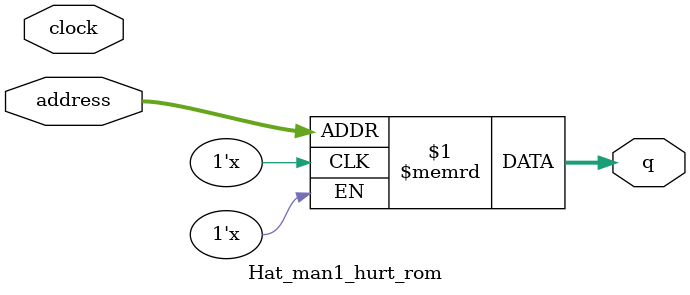
<source format=sv>
module Hat_man1_hurt_rom (
	input logic clock,
	input logic [12:0] address,
	output logic [3:0] q
);

logic [3:0] memory [0:4899] /* synthesis ram_init_file = "./Hat_man1_hurt/Hat_man1_hurt.mif" */;


assign q = memory[address];

endmodule

</source>
